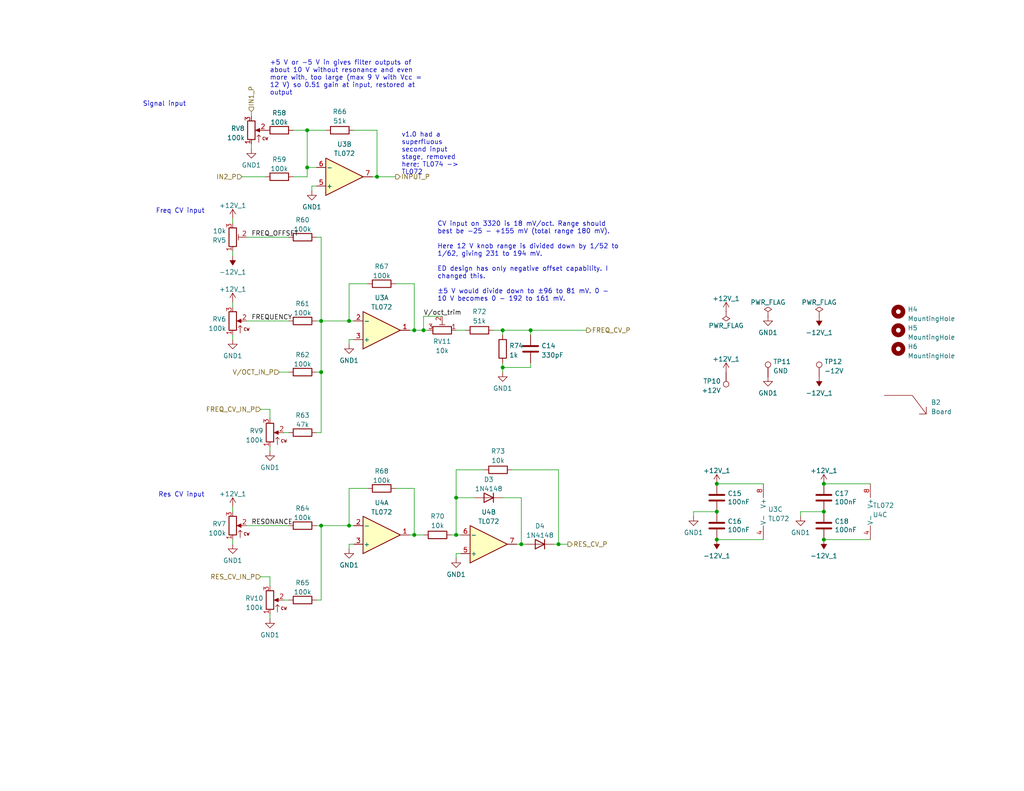
<source format=kicad_sch>
(kicad_sch (version 20230121) (generator eeschema)
  (paper "USLetter")
  (title_block (title "Pole mixing filter") (date "2022-03-29") (company "mods by Rich Holmes / Analog Output") (comment 1 "CC BY-NC-SA 4.0") (comment 2 "https://electricdruid.net/multimode-filters-part-2-pole-mixing-filters/") (comment 3 "Based on Electric Druid design "))
  (lib_symbols
    (symbol "AO_symbols:+12V_1" (power) (pin_names (offset 0))
      (property "Value" "+12V_1" (at 0 3.556 0))
      (symbol "+12V_1_0_1"
        (polyline (pts (xy -0.762 1.27) (xy 0 2.54)))
        (polyline (pts (xy 0 0) (xy 0 2.54)))
        (polyline (pts (xy 0 2.54) (xy 0.762 1.27)))
      )
      (symbol "+12V_1_1_1"
        (pin power_in line (at 0 0 90) (length 0) hide (name "+12V_1") (number "1"))
      )
    )
    (symbol "AO_symbols:-12V_1" (power) (pin_names (offset 0))
      (property "Value" "-12V_1" (at 0 3.81 0))
      (symbol "-12V_1_0_0"
        (pin power_in line (at 0 0 90) (length 0) hide (name "-12V_1") (number "1"))
      )
      (symbol "-12V_1_0_1"
        (polyline (pts (xy 0 0) (xy 0 1.27) (xy 0.762 1.27) (xy 0 2.54) (xy -0.762 1.27) (xy 0 1.27)) (fill (type outline)))
      )
    )
    (symbol "AO_symbols:1N4148" (pin_numbers hide) (pin_names (offset 1.016) hide)
      (property "Reference" "D" (at 0 2.54 0))
      (property "Value" "1N4148" (at 0 -2.54 0))
      (symbol "1N4148_0_1"
        (polyline (pts (xy -1.27 1.27) (xy -1.27 -1.27)) (stroke (width 0.254)))
        (polyline (pts (xy 1.27 0) (xy -1.27 0)))
        (polyline (pts (xy 1.27 1.27) (xy 1.27 -1.27) (xy -1.27 0) (xy 1.27 1.27)) (stroke (width 0.254)))
      )
      (symbol "1N4148_1_1"
        (pin passive line (at -3.81 0 0) (length 2.54) (name "K") (number "1"))
        (pin passive line (at 3.81 0 180) (length 2.54) (name "A") (number "2"))
      )
    )
    (symbol "AO_symbols:Board" (pin_names (offset 1.016)) (in_bom no)
      (property "Reference" "B" (at 1.27 3.81 0))
      (property "Value" "Board" (at -3.175 3.81 0))
      (symbol "Board_0_1"
        (polyline (pts (xy 5.08 -2.54) (xy 3.175 -2.54)))
        (polyline (pts (xy -6.35 2.54) (xy 1.27 2.54) (xy 5.08 -2.54) (xy 5.08 -0.635)))
      )
    )
    (symbol "AO_symbols:C" (pin_numbers hide) (pin_names (offset 0.254))
      (property "Reference" "C" (at 0.635 2.54 0))
      (property "Value" "C" (at 0.635 -2.54 0))
      (symbol "C_0_1"
        (polyline (pts (xy -2.032 -0.762) (xy 2.032 -0.762)) (stroke (width 0.508)))
        (polyline (pts (xy -2.032 0.762) (xy 2.032 0.762)) (stroke (width 0.508)))
      )
      (symbol "C_1_1"
        (pin passive line (at 0 3.81 270) (length 2.794) (name "~") (number "1"))
        (pin passive line (at 0 -3.81 90) (length 2.794) (name "~") (number "2"))
      )
    )
    (symbol "AO_symbols:MountingHole" (pin_names (offset 1.016)) (in_bom no)
      (property "Reference" "H" (at 0 5.08 0))
      (property "Value" "MountingHole" (at 0 3.175 0))
      (symbol "MountingHole_0_1"
        (circle (center 0 0) (radius 1.27) (stroke (width 1.27)))
      )
    )
    (symbol "AO_symbols:R" (pin_numbers hide) (pin_names (offset 0))
      (property "Reference" "R" (at 2.032 0 90))
      (property "Value" "R" (at 0 0 90))
      (symbol "R_0_1"
        (rectangle (start -1.016 -2.54) (end 1.016 2.54) (stroke (width 0.254)))
      )
      (symbol "R_1_1"
        (pin passive line (at 0 3.81 270) (length 1.27) (name "~") (number "1"))
        (pin passive line (at 0 -3.81 90) (length 1.27) (name "~") (number "2"))
      )
    )
    (symbol "AO_symbols:R_POT" (pin_names (offset 1.016) hide)
      (property "Reference" "RV" (at -4.445 0 90))
      (property "Value" "R_POT" (at -2.54 0 90))
      (symbol "R_POT_0_0"
        (text "CW" (at 3.81 -2.286 0) (effects (font (size 0.762 0.762))))
      )
      (symbol "R_POT_0_1"
        (rectangle (start -1.016 2.54) (end 1.016 -2.54) (stroke (width 0.254)))
        (polyline (pts (xy 2.032 -3.302) (xy 2.032 -1.27)) (stroke (width 0.1524)))
        (polyline (pts (xy 2.54 0) (xy 1.524 0)))
        (polyline (pts (xy 2.54 -1.778) (xy 2.032 -1.27) (xy 1.524 -1.778)) (stroke (width 0.1524)))
        (polyline (pts (xy 1.143 0) (xy 2.286 -0.508) (xy 2.286 0.508) (xy 1.143 0)) (fill (type outline)))
      )
      (symbol "R_POT_1_1"
        (pin passive line (at 0 -3.81 90) (length 1.27) (name "1") (number "1"))
        (pin passive line (at 3.81 0 180) (length 1.27) (name "2") (number "2"))
        (pin passive line (at 0 3.81 270) (length 1.27) (name "3") (number "3"))
      )
    )
    (symbol "AO_symbols:R_POT_TRIM_3296W" (pin_names (offset 1.016) hide)
      (property "Reference" "RV" (at -4.445 0 90))
      (property "Value" "R_POT_TRIM_3296W" (at -2.54 0 90))
      (symbol "R_POT_TRIM_3296W_0_1"
        (polyline (pts (xy 1.524 0.762) (xy 1.524 -0.762)))
        (polyline (pts (xy 2.54 0) (xy 1.524 0)))
        (rectangle (start 1.016 2.54) (end -1.016 -2.54) (stroke (width 0.254)))
      )
      (symbol "R_POT_TRIM_3296W_1_1"
        (pin passive line (at 0 3.81 270) (length 1.27) (name "1") (number "1"))
        (pin passive line (at 3.81 0 180) (length 1.27) (name "2") (number "2"))
        (pin passive line (at 0 -3.81 90) (length 1.27) (name "3") (number "3"))
      )
    )
    (symbol "AO_symbols:TL072" (pin_names (offset 0.127))
      (property "Reference" "U" (at 0 5.08 0))
      (property "Value" "TL072" (at 0 -5.08 0))
      (symbol "TL072_1_1"
        (polyline (pts (xy -5.08 5.08) (xy 5.08 0) (xy -5.08 -5.08) (xy -5.08 5.08)) (stroke (width 0.254)) (fill (type background)))
        (pin output line (at 7.62 0 180) (length 2.54) (name "~") (number "1"))
        (pin input line (at -7.62 -2.54 0) (length 2.54) (name "-") (number "2"))
        (pin input line (at -7.62 2.54 0) (length 2.54) (name "+") (number "3"))
      )
      (symbol "TL072_2_1"
        (polyline (pts (xy -5.08 5.08) (xy 5.08 0) (xy -5.08 -5.08) (xy -5.08 5.08)) (stroke (width 0.254)) (fill (type background)))
        (pin input line (at -7.62 2.54 0) (length 2.54) (name "+") (number "5"))
        (pin input line (at -7.62 -2.54 0) (length 2.54) (name "-") (number "6"))
        (pin output line (at 7.62 0 180) (length 2.54) (name "~") (number "7"))
      )
      (symbol "TL072_3_1"
        (pin power_in line (at -2.54 -7.62 90) (length 3.81) (name "V-") (number "4"))
        (pin power_in line (at -2.54 7.62 270) (length 3.81) (name "V+") (number "8"))
      )
    )
    (symbol "AO_symbols:TestPoint" (pin_numbers hide) (pin_names (offset 0.762) hide) (in_bom no)
      (property "Reference" "TP" (at 0 6.858 0))
      (property "Value" "TestPoint" (at 0 5.08 0))
      (symbol "TestPoint_0_1"
        (circle (center 0 3.302) (radius 0.762))
      )
      (symbol "TestPoint_1_1"
        (pin passive line (at 0 0 90) (length 2.54) (name "1") (number "1"))
      )
    )
    (symbol "power:GND1" (power) (pin_names (offset 0))
      (property "Value" "GND1" (at 0 -3.81 0))
      (symbol "GND1_0_1"
        (polyline (pts (xy 0 0) (xy 0 -1.27) (xy 1.27 -1.27) (xy 0 -2.54) (xy -1.27 -1.27) (xy 0 -1.27)))
      )
      (symbol "GND1_1_1"
        (pin power_in line (at 0 0 270) (length 0) hide (name "GND1") (number "1"))
      )
    )
    (symbol "power:PWR_FLAG" (power) (pin_numbers hide) (pin_names (offset 0) hide)
      (property "Value" "PWR_FLAG" (at 0 3.81 0))
      (symbol "PWR_FLAG_0_0"
        (pin power_out line (at 0 0 90) (length 0) (name "pwr") (number "1"))
      )
      (symbol "PWR_FLAG_0_1"
        (polyline (pts (xy 0 0) (xy 0 1.27) (xy -1.016 1.905) (xy 0 2.54) (xy 1.016 1.905) (xy 0 1.27)))
      )
    )
  )
  (junction (at 87.63 143.51))
  (junction (at 113.03 146.05))
  (junction (at 142.24 148.59))
  (junction (at 137.16 90.17))
  (junction (at 102.87 48.26))
  (junction (at 195.58 132.08))
  (junction (at 87.63 87.63))
  (junction (at 113.03 90.17))
  (junction (at 124.46 135.89))
  (junction (at 195.58 139.7))
  (junction (at 224.79 132.08))
  (junction (at 152.4 148.59))
  (junction (at 115.57 90.17))
  (junction (at 124.46 146.05))
  (junction (at 87.63 101.6))
  (junction (at 144.78 90.17))
  (junction (at 95.25 143.51))
  (junction (at 137.16 100.33))
  (junction (at 195.58 147.32))
  (junction (at 224.79 147.32))
  (junction (at 95.25 87.63))
  (junction (at 83.82 35.56))
  (junction (at 224.79 139.7))
  (junction (at 83.82 45.72))
  (wire (pts (xy 87.63 163.83) (xy 86.36 163.83)))
  (wire (pts (xy 189.23 139.7) (xy 189.23 140.97)))
  (wire (pts (xy 116.84 90.17) (xy 115.57 90.17)))
  (wire (pts (xy 95.25 87.63) (xy 96.52 87.63)))
  (wire (pts (xy 124.46 128.27) (xy 124.46 135.89)))
  (wire (pts (xy 111.76 90.17) (xy 113.03 90.17)))
  (wire (pts (xy 80.01 35.56) (xy 83.82 35.56)))
  (wire (pts (xy 71.12 111.76) (xy 73.66 111.76)))
  (wire (pts (xy 102.87 35.56) (xy 102.87 48.26)))
  (wire (pts (xy 63.5 82.55) (xy 63.5 83.82)))
  (wire (pts (xy 144.78 91.44) (xy 144.78 90.17)))
  (wire (pts (xy 83.82 35.56) (xy 83.82 45.72)))
  (wire (pts (xy 237.49 132.08) (xy 224.79 132.08)))
  (wire (pts (xy 85.09 52.07) (xy 85.09 50.8)))
  (wire (pts (xy 129.54 135.89) (xy 124.46 135.89)))
  (wire (pts (xy 115.57 86.36) (xy 115.57 90.17)))
  (wire (pts (xy 152.4 148.59) (xy 152.4 128.27)))
  (wire (pts (xy 95.25 143.51) (xy 96.52 143.51)))
  (wire (pts (xy 137.16 100.33) (xy 137.16 99.06)))
  (wire (pts (xy 63.5 59.69) (xy 63.5 60.96)))
  (wire (pts (xy 87.63 87.63) (xy 87.63 101.6)))
  (wire (pts (xy 67.31 143.51) (xy 78.74 143.51)))
  (wire (pts (xy 66.04 48.26) (xy 72.39 48.26)))
  (wire (pts (xy 78.74 118.11) (xy 77.47 118.11)))
  (wire (pts (xy 95.25 92.71) (xy 95.25 93.98)))
  (wire (pts (xy 142.24 135.89) (xy 142.24 148.59)))
  (wire (pts (xy 86.36 101.6) (xy 87.63 101.6)))
  (wire (pts (xy 87.63 64.77) (xy 87.63 87.63)))
  (wire (pts (xy 124.46 152.4) (xy 124.46 151.13)))
  (wire (pts (xy 63.5 91.44) (xy 63.5 92.71)))
  (wire (pts (xy 113.03 146.05) (xy 113.03 133.35)))
  (wire (pts (xy 87.63 143.51) (xy 95.25 143.51)))
  (wire (pts (xy 87.63 143.51) (xy 87.63 163.83)))
  (wire (pts (xy 124.46 135.89) (xy 124.46 146.05)))
  (wire (pts (xy 113.03 133.35) (xy 107.95 133.35)))
  (wire (pts (xy 67.31 87.63) (xy 78.74 87.63)))
  (wire (pts (xy 113.03 77.47) (xy 107.95 77.47)))
  (wire (pts (xy 63.5 69.85) (xy 63.5 68.58)))
  (wire (pts (xy 68.58 39.37) (xy 68.58 40.64)))
  (wire (pts (xy 96.52 92.71) (xy 95.25 92.71)))
  (wire (pts (xy 73.66 121.92) (xy 73.66 123.19)))
  (wire (pts (xy 137.16 91.44) (xy 137.16 90.17)))
  (wire (pts (xy 87.63 101.6) (xy 87.63 118.11)))
  (wire (pts (xy 96.52 35.56) (xy 102.87 35.56)))
  (wire (pts (xy 86.36 143.51) (xy 87.63 143.51)))
  (wire (pts (xy 102.87 48.26) (xy 107.95 48.26)))
  (wire (pts (xy 87.63 118.11) (xy 86.36 118.11)))
  (wire (pts (xy 76.2 101.6) (xy 78.74 101.6)))
  (wire (pts (xy 189.23 139.7) (xy 195.58 139.7)))
  (wire (pts (xy 113.03 146.05) (xy 115.57 146.05)))
  (wire (pts (xy 144.78 100.33) (xy 137.16 100.33)))
  (wire (pts (xy 78.74 163.83) (xy 77.47 163.83)))
  (wire (pts (xy 86.36 87.63) (xy 87.63 87.63)))
  (wire (pts (xy 63.5 147.32) (xy 63.5 148.59)))
  (wire (pts (xy 102.87 48.26) (xy 101.6 48.26)))
  (wire (pts (xy 137.16 101.6) (xy 137.16 100.33)))
  (wire (pts (xy 144.78 90.17) (xy 137.16 90.17)))
  (wire (pts (xy 237.49 147.32) (xy 224.79 147.32)))
  (wire (pts (xy 73.66 167.64) (xy 73.66 168.91)))
  (wire (pts (xy 208.28 147.32) (xy 195.58 147.32)))
  (wire (pts (xy 87.63 87.63) (xy 95.25 87.63)))
  (wire (pts (xy 151.13 148.59) (xy 152.4 148.59)))
  (wire (pts (xy 144.78 90.17) (xy 160.02 90.17)))
  (wire (pts (xy 100.33 77.47) (xy 95.25 77.47)))
  (wire (pts (xy 71.12 157.48) (xy 73.66 157.48)))
  (wire (pts (xy 100.33 133.35) (xy 95.25 133.35)))
  (wire (pts (xy 113.03 90.17) (xy 113.03 77.47)))
  (wire (pts (xy 143.51 148.59) (xy 142.24 148.59)))
  (wire (pts (xy 95.25 77.47) (xy 95.25 87.63)))
  (wire (pts (xy 85.09 50.8) (xy 86.36 50.8)))
  (wire (pts (xy 96.52 148.59) (xy 95.25 148.59)))
  (wire (pts (xy 80.01 48.26) (xy 83.82 48.26)))
  (wire (pts (xy 208.28 132.08) (xy 195.58 132.08)))
  (wire (pts (xy 123.19 146.05) (xy 124.46 146.05)))
  (wire (pts (xy 218.44 139.7) (xy 218.44 140.97)))
  (wire (pts (xy 124.46 146.05) (xy 125.73 146.05)))
  (wire (pts (xy 152.4 128.27) (xy 139.7 128.27)))
  (wire (pts (xy 142.24 148.59) (xy 140.97 148.59)))
  (wire (pts (xy 95.25 133.35) (xy 95.25 143.51)))
  (wire (pts (xy 63.5 138.43) (xy 63.5 139.7)))
  (wire (pts (xy 111.76 146.05) (xy 113.03 146.05)))
  (wire (pts (xy 83.82 45.72) (xy 86.36 45.72)))
  (wire (pts (xy 67.31 64.77) (xy 78.74 64.77)))
  (wire (pts (xy 73.66 160.02) (xy 73.66 157.48)))
  (wire (pts (xy 218.44 139.7) (xy 224.79 139.7)))
  (wire (pts (xy 124.46 90.17) (xy 127 90.17)))
  (wire (pts (xy 83.82 35.56) (xy 88.9 35.56)))
  (wire (pts (xy 73.66 114.3) (xy 73.66 111.76)))
  (wire (pts (xy 83.82 48.26) (xy 83.82 45.72)))
  (wire (pts (xy 137.16 135.89) (xy 142.24 135.89)))
  (wire (pts (xy 95.25 148.59) (xy 95.25 149.86)))
  (wire (pts (xy 120.65 86.36) (xy 115.57 86.36)))
  (wire (pts (xy 134.62 90.17) (xy 137.16 90.17)))
  (wire (pts (xy 144.78 100.33) (xy 144.78 99.06)))
  (wire (pts (xy 68.58 31.75) (xy 68.58 30.48)))
  (wire (pts (xy 152.4 148.59) (xy 154.94 148.59)))
  (wire (pts (xy 132.08 128.27) (xy 124.46 128.27)))
  (wire (pts (xy 115.57 90.17) (xy 113.03 90.17)))
  (wire (pts (xy 86.36 64.77) (xy 87.63 64.77)))
  (wire (pts (xy 124.46 151.13) (xy 125.73 151.13)))
  (text_box "+5 V or -5 V in gives filter outputs of about 10 V without resonance and even more with, too large (max 9 V with Vcc = 12 V) so 0.51 gain at input, restored at output" (at 72.644 15.2748 0) (size 45.744 9.8712) (stroke (width -0.0001)) (effects (font (size 1.27 1.27)) (justify left top)))
  (text_box "CV input on 3320 is 18 mV/oct. Range should best be -25 - +155 mV (total range 180 mV).\n\nHere 12 V knob range is divided down by 1/52 to 1/62, giving 231 to 194 mV.\n\nED design has only negative offset capability. I changed this.\n\n±5 V would divide down to ±96 to 81 mV. 0 - 10 V becomes 0 - 192 to 161 mV." (at 118.364 59.293 0) (size 51.9366 24.273) (stroke (width -0.0001)) (effects (font (size 1.27 1.27)) (justify left top)))
  (text_box "v1.0 had a superfluous second input stage, removed here; TL074 -> TL072" (at 108.585 34.925 0) (size 20.6586 11.43) (stroke (width -0.0001)) (effects (font (size 1.27 1.27)) (justify left top)))
  (text "Signal input" (at 50.8 29.21 0) (effects (font (size 1.27 1.27)) (justify right bottom)))
  (text "Freq CV input" (at 55.88 58.42 0) (effects (font (size 1.27 1.27)) (justify right bottom)))
  (text "Res CV input" (at 43.18 135.89 0) (effects (font (size 1.27 1.27)) (justify left bottom)))
  (label "FREQUENCY" (at 68.58 87.63 0))
  (label "FREQ_OFFSET" (at 68.58 64.77 0))
  (label "V{slash}oct_trim" (at 115.57 86.36 0))
  (label "RESONANCE" (at 68.58 143.51 0))
  (hierarchical_label "RES_CV_IN_P" (shape input) (at 71.12 157.48 180))
  (hierarchical_label "V{slash}OCT_IN_P" (shape input) (at 76.2 101.6 180))
  (hierarchical_label "INPUT_P" (shape output) (at 107.95 48.26 0))
  (hierarchical_label "FREQ_CV_IN_P" (shape input) (at 71.12 111.76 180))
  (hierarchical_label "FREQ_CV_P" (shape output) (at 160.02 90.17 0))
  (hierarchical_label "RES_CV_P" (shape output) (at 154.94 148.59 0))
  (hierarchical_label "IN2_P" (shape input) (at 66.04 48.26 180))
  (hierarchical_label "IN1_P" (shape input) (at 68.58 30.48 90))
  (symbol (lib_id "AO_symbols:C") (at 195.58 143.51 0) (unit 1)
    (property "Reference" "C16" (at 198.501 142.3416 0) (effects (justify left)))
    (property "Value" "100nF" (at 198.501 144.653 0) (effects (justify left)))
    (property "Footprint" "AO_tht:C_Disc_D3.0mm_W1.6mm_P2.50mm" (effects hide))
    (property "Vendor" "Tayda" (effects hide))
    (property "SKU" "A-553" (effects hide))
    (property "Description" "Ceramic capacitor, 2.5 mm lead spacing" (effects hide))
  )
  (symbol (lib_id "AO_symbols:R_POT") (at 73.66 118.11 0) (unit 1)
    (property "Reference" "RV9" (at 71.882 117.6309 0) (effects (justify right)))
    (property "Value" "100k" (at 71.882 120.1678 0) (effects (justify right)))
    (property "Footprint" "AO_tht:Potentiometer_Alpha_16mm_Single_Vertical" (effects hide))
    (property "Vendor" "Tayda" (effects hide))
    (property "Description" "16 mm board mount linear potentiometer" (effects hide))
  )
  (symbol (lib_id "AO_symbols:MountingHole") (at 245.11 90.17 0) (unit 1) (in_bom no)
    (property "Reference" "H5" (at 247.65 89.535 0) (effects (justify left)))
    (property "Value" "MountingHole" (at 247.65 92.075 0) (effects (justify left)))
    (property "Footprint" "AO_tht:MountingHole_3.2mm_M3" (effects hide))
    (property "Config" "DNF" (effects hide))
  )
  (symbol (lib_id "power:GND1") (at 85.09 52.07 0) (unit 1)
    (property "Reference" "#PWR053" (effects hide))
    (property "Value" "GND1" (at 85.09 56.5134 0))
  )
  (symbol (lib_id "AO_symbols:R_POT") (at 63.5 143.51 0) (unit 1)
    (property "Reference" "RV7" (at 61.722 143.0309 0) (effects (justify right)))
    (property "Value" "100k" (at 61.722 145.5678 0) (effects (justify right)))
    (property "Footprint" "AO_tht:Potentiometer_Alpha_16mm_Single_Vertical" (effects hide))
    (property "Vendor" "Tayda" (effects hide))
    (property "Description" "16 mm board mount linear potentiometer" (effects hide))
  )
  (symbol (lib_id "power:GND1") (at 95.25 93.98 0) (unit 1)
    (property "Reference" "#PWR054" (effects hide))
    (property "Value" "GND1" (at 95.25 98.4234 0))
  )
  (symbol (lib_id "AO_symbols:R") (at 104.14 133.35 90) (unit 1)
    (property "Reference" "R68" (at 104.14 128.6342 90))
    (property "Value" "100k" (at 104.14 131.1711 90))
    (property "Footprint" "AO_tht:R_Axial_DIN0207_L6.3mm_D2.5mm_P10.16mm_Horizontal" (effects hide))
    (property "Vendor" "Tayda" (effects hide))
  )
  (symbol (lib_id "AO_symbols:R_POT") (at 73.66 163.83 0) (unit 1)
    (property "Reference" "RV10" (at 71.882 163.3509 0) (effects (justify right)))
    (property "Value" "100k" (at 71.882 165.8878 0) (effects (justify right)))
    (property "Footprint" "AO_tht:Potentiometer_Alpha_16mm_Single_Vertical" (effects hide))
    (property "Vendor" "Tayda" (effects hide))
    (property "Description" "16 mm board mount linear potentiometer" (effects hide))
  )
  (symbol (lib_id "AO_symbols:R") (at 82.55 64.77 90) (unit 1)
    (property "Reference" "R60" (at 82.55 60.0542 90))
    (property "Value" "100k" (at 82.55 62.5911 90))
    (property "Footprint" "AO_tht:R_Axial_DIN0207_L6.3mm_D2.5mm_P10.16mm_Horizontal" (effects hide))
    (property "Vendor" "Tayda" (effects hide))
  )
  (symbol (lib_id "AO_symbols:R_POT") (at 68.58 35.56 0) (unit 1)
    (property "Reference" "RV8" (at 66.802 35.0809 0) (effects (justify right)))
    (property "Value" "100k" (at 66.802 37.6178 0) (effects (justify right)))
    (property "Footprint" "AO_tht:Potentiometer_Alpha_16mm_Single_Vertical" (effects hide))
    (property "Vendor" "Tayda" (effects hide))
    (property "Description" "16 mm board mount linear potentiometer" (effects hide))
  )
  (symbol (lib_id "AO_symbols:TL072") (at 104.14 146.05 0) (mirror x) (unit 1)
    (property "Reference" "U4" (at 104.14 137.2702 0))
    (property "Value" "TL072" (at 104.14 139.8071 0))
    (property "Footprint" "AO_tht:DIP-8_W7.62mm_Socket_LongPads" (effects hide))
    (property "Vendor" "Tayda" (effects hide))
    (property "SKU" "A-037" (effects hide))
  )
  (symbol (lib_id "AO_symbols:C") (at 224.79 143.51 0) (unit 1)
    (property "Reference" "C18" (at 227.711 142.3416 0) (effects (justify left)))
    (property "Value" "100nF" (at 227.711 144.653 0) (effects (justify left)))
    (property "Footprint" "AO_tht:C_Disc_D3.0mm_W1.6mm_P2.50mm" (effects hide))
    (property "Vendor" "Tayda" (effects hide))
    (property "SKU" "A-553" (effects hide))
    (property "Description" "Ceramic capacitor, 2.5 mm lead spacing" (effects hide))
  )
  (symbol (lib_id "AO_symbols:+12V_1") (at 63.5 138.43 0) (unit 1)
    (property "Reference" "#PWR048" (effects hide))
    (property "Value" "+12V_1" (at 63.5 134.8542 0))
  )
  (symbol (lib_id "power:PWR_FLAG") (at 223.52 86.36 0) (unit 1)
    (property "Reference" "#FLG05" (effects hide))
    (property "Value" "PWR_FLAG" (at 223.52 82.55 0))
  )
  (symbol (lib_id "power:PWR_FLAG") (at 198.12 85.09 0) (mirror x) (unit 1)
    (property "Reference" "#FLG03" (effects hide))
    (property "Value" "PWR_FLAG" (at 198.12 88.9 0))
  )
  (symbol (lib_id "AO_symbols:R") (at 130.81 90.17 90) (unit 1)
    (property "Reference" "R72" (at 130.81 85.09 90))
    (property "Value" "51k" (at 130.81 87.63 90))
    (property "Footprint" "AO_tht:R_Axial_DIN0207_L6.3mm_D2.5mm_P10.16mm_Horizontal" (effects hide))
    (property "Vendor" "Tayda" (effects hide))
  )
  (symbol (lib_id "power:GND1") (at 209.55 86.36 0) (unit 1)
    (property "Reference" "#PWR065" (effects hide))
    (property "Value" "GND1" (at 209.55 90.8034 0))
  )
  (symbol (lib_id "AO_symbols:+12V_1") (at 224.79 132.08 0) (unit 1)
    (property "Reference" "#PWR070" (effects hide))
    (property "Value" "+12V_1" (at 224.79 128.5042 0))
  )
  (symbol (lib_id "power:GND1") (at 189.23 140.97 0) (unit 1)
    (property "Reference" "#PWR059" (effects hide))
    (property "Value" "GND1" (at 189.23 145.4134 0))
  )
  (symbol (lib_id "power:GND1") (at 68.58 40.64 0) (unit 1)
    (property "Reference" "#PWR050" (effects hide))
    (property "Value" "GND1" (at 68.58 45.0834 0))
  )
  (symbol (lib_id "AO_symbols:-12V_1") (at 224.79 147.32 0) (mirror x) (unit 1)
    (property "Reference" "#PWR071" (effects hide))
    (property "Value" "-12V_1" (at 224.79 151.7634 0))
  )
  (symbol (lib_id "AO_symbols:+12V_1") (at 195.58 132.08 0) (unit 1)
    (property "Reference" "#PWR060" (effects hide))
    (property "Value" "+12V_1" (at 195.58 128.5042 0))
  )
  (symbol (lib_id "AO_symbols:R") (at 82.55 163.83 90) (unit 1)
    (property "Reference" "R65" (at 82.55 159.1142 90))
    (property "Value" "100k" (at 82.55 161.6511 90))
    (property "Footprint" "AO_tht:R_Axial_DIN0207_L6.3mm_D2.5mm_P10.16mm_Horizontal" (effects hide))
    (property "Vendor" "Tayda" (effects hide))
  )
  (symbol (lib_id "power:GND1") (at 73.66 123.19 0) (unit 1)
    (property "Reference" "#PWR051" (effects hide))
    (property "Value" "GND1" (at 73.66 127.6334 0))
  )
  (symbol (lib_id "power:GND1") (at 209.55 102.87 0) (unit 1)
    (property "Reference" "#PWR066" (effects hide))
    (property "Value" "GND1" (at 209.55 107.3134 0))
  )
  (symbol (lib_id "AO_symbols:R_POT") (at 63.5 87.63 0) (unit 1)
    (property "Reference" "RV6" (at 61.722 87.1509 0) (effects (justify right)))
    (property "Value" "100k" (at 61.722 89.6878 0) (effects (justify right)))
    (property "Footprint" "AO_tht:Potentiometer_Alpha_16mm_Single_Vertical" (effects hide))
    (property "Vendor" "Tayda" (effects hide))
    (property "Description" "16 mm board mount linear potentiometer" (effects hide))
  )
  (symbol (lib_id "AO_symbols:TL072") (at 104.14 90.17 0) (mirror x) (unit 1)
    (property "Reference" "U3" (at 104.14 81.28 0))
    (property "Value" "TL072" (at 104.14 83.82 0))
    (property "Footprint" "AO_tht:DIP-8_W7.62mm_Socket_LongPads" (effects hide))
    (property "Vendor" "Tayda" (effects hide))
    (property "SKU" "A-037" (effects hide))
  )
  (symbol (lib_id "AO_symbols:R_POT_TRIM_3296W") (at 120.65 90.17 270) (mirror x) (unit 1)
    (property "Reference" "RV11" (at 120.65 93.2164 90))
    (property "Value" "10k" (at 120.65 95.7533 90))
    (property "Footprint" "pmf:Potentiometer_Bourns_3296X_Horizontal" (effects hide))
    (property "Vendor" "Tayda" (effects hide))
    (property "Description" "Bourns 3296X (side screw)" (effects hide))
  )
  (symbol (lib_id "AO_symbols:TL072") (at 133.35 148.59 0) (mirror x) (unit 2)
    (property "Reference" "U4" (at 133.35 139.8102 0))
    (property "Value" "TL072" (at 133.35 142.3471 0))
    (property "Footprint" "AO_tht:DIP-8_W7.62mm_Socket_LongPads" (effects hide))
    (property "Vendor" "Tayda" (effects hide))
    (property "SKU" "A-037" (effects hide))
  )
  (symbol (lib_id "AO_symbols:+12V_1") (at 198.12 85.09 0) (unit 1)
    (property "Reference" "#PWR062" (effects hide))
    (property "Value" "+12V_1" (at 198.12 81.5142 0))
  )
  (symbol (lib_id "AO_symbols:R") (at 119.38 146.05 90) (unit 1)
    (property "Reference" "R70" (at 119.38 140.97 90))
    (property "Value" "10k" (at 119.38 143.51 90))
    (property "Footprint" "AO_tht:R_Axial_DIN0207_L6.3mm_D2.5mm_P10.16mm_Horizontal" (effects hide))
    (property "Vendor" "Tayda" (effects hide))
  )
  (symbol (lib_id "AO_symbols:1N4148") (at 133.35 135.89 180) (unit 1)
    (property "Reference" "D3" (at 133.35 130.9202 0))
    (property "Value" "1N4148" (at 133.35 133.4571 0))
    (property "Footprint" "AO_tht:D_DO-35_SOD27_P7.62mm_Horizontal" (effects hide))
    (property "Vendor" "Tayda" (effects hide))
    (property "SKU" "A-157" (effects hide))
  )
  (symbol (lib_id "AO_symbols:1N4148") (at 147.32 148.59 180) (unit 1)
    (property "Reference" "D4" (at 147.32 143.6202 0))
    (property "Value" "1N4148" (at 147.32 146.1571 0))
    (property "Footprint" "AO_tht:D_DO-35_SOD27_P7.62mm_Horizontal" (effects hide))
    (property "Vendor" "Tayda" (effects hide))
    (property "SKU" "A-157" (effects hide))
  )
  (symbol (lib_id "power:GND1") (at 73.66 168.91 0) (unit 1)
    (property "Reference" "#PWR052" (effects hide))
    (property "Value" "GND1" (at 73.66 173.3534 0))
  )
  (symbol (lib_id "AO_symbols:-12V_1") (at 223.52 86.36 0) (mirror x) (unit 1)
    (property "Reference" "#PWR068" (effects hide))
    (property "Value" "-12V_1" (at 223.52 90.8034 0))
  )
  (symbol (lib_id "AO_symbols:R") (at 92.71 35.56 90) (unit 1)
    (property "Reference" "R66" (at 92.71 30.48 90))
    (property "Value" "51k" (at 92.71 33.02 90))
    (property "Footprint" "AO_tht:R_Axial_DIN0207_L6.3mm_D2.5mm_P10.16mm_Horizontal" (effects hide))
    (property "Vendor" "Tayda" (effects hide))
  )
  (symbol (lib_id "power:GND1") (at 124.46 152.4 0) (unit 1)
    (property "Reference" "#PWR057" (effects hide))
    (property "Value" "GND1" (at 124.46 156.8434 0))
  )
  (symbol (lib_id "power:GND1") (at 63.5 148.59 0) (unit 1)
    (property "Reference" "#PWR049" (effects hide))
    (property "Value" "GND1" (at 63.5 153.0334 0))
  )
  (symbol (lib_id "AO_symbols:MountingHole") (at 245.11 85.09 0) (unit 1) (in_bom no)
    (property "Reference" "H4" (at 247.65 84.455 0) (effects (justify left)))
    (property "Value" "MountingHole" (at 247.65 86.995 0) (effects (justify left)))
    (property "Footprint" "AO_tht:MountingHole_3.2mm_M3" (effects hide))
    (property "Config" "DNF" (effects hide))
  )
  (symbol (lib_id "AO_symbols:R") (at 76.2 35.56 90) (unit 1)
    (property "Reference" "R58" (at 76.2 30.8442 90))
    (property "Value" "100k" (at 76.2 33.3811 90))
    (property "Footprint" "AO_tht:R_Axial_DIN0207_L6.3mm_D2.5mm_P10.16mm_Horizontal" (effects hide))
    (property "Vendor" "Tayda" (effects hide))
  )
  (symbol (lib_id "AO_symbols:+12V_1") (at 63.5 59.69 0) (unit 1)
    (property "Reference" "#PWR044" (effects hide))
    (property "Value" "+12V_1" (at 63.5 56.1142 0))
  )
  (symbol (lib_id "AO_symbols:TestPoint") (at 198.12 101.6 0) (mirror x) (unit 1) (in_bom no)
    (property "Reference" "TP10" (at 196.723 104.0673 0) (effects (justify right)))
    (property "Value" "+12V" (at 196.723 106.6042 0) (effects (justify right)))
    (property "Footprint" "AO_tht:TestPoint_THTPad_D1.5mm_Drill0.7mm" (effects hide))
    (property "Config" "DNF" (effects hide))
  )
  (symbol (lib_id "AO_symbols:TL072") (at 93.98 48.26 0) (mirror x) (unit 2)
    (property "Reference" "U3" (at 93.98 39.37 0))
    (property "Value" "TL072" (at 93.98 41.91 0))
    (property "Footprint" "AO_tht:DIP-8_W7.62mm_Socket_LongPads" (effects hide))
    (property "Vendor" "Tayda" (effects hide))
    (property "SKU" "A-037" (effects hide))
  )
  (symbol (lib_id "AO_symbols:TL072") (at 234.95 139.7 0) (mirror y) (unit 3)
    (property "Reference" "U4" (at 238.1249 140.5347 0) (effects (justify right)))
    (property "Value" "TL072" (at 238.1249 137.9978 0) (effects (justify right)))
    (property "Footprint" "AO_tht:DIP-8_W7.62mm_Socket_LongPads" (effects hide))
    (property "Vendor" "Tayda" (effects hide))
    (property "SKU" "A-037" (effects hide))
  )
  (symbol (lib_id "AO_symbols:R") (at 104.14 77.47 90) (unit 1)
    (property "Reference" "R67" (at 104.14 72.7542 90))
    (property "Value" "100k" (at 104.14 75.2911 90))
    (property "Footprint" "AO_tht:R_Axial_DIN0207_L6.3mm_D2.5mm_P10.16mm_Horizontal" (effects hide))
    (property "Vendor" "Tayda" (effects hide))
  )
  (symbol (lib_id "AO_symbols:-12V_1") (at 195.58 147.32 0) (mirror x) (unit 1)
    (property "Reference" "#PWR061" (effects hide))
    (property "Value" "-12V_1" (at 195.58 151.7634 0))
  )
  (symbol (lib_id "AO_symbols:TestPoint") (at 223.52 102.87 0) (unit 1) (in_bom no)
    (property "Reference" "TP12" (at 224.917 98.7333 0) (effects (justify left)))
    (property "Value" "-12V" (at 224.917 101.2702 0) (effects (justify left)))
    (property "Footprint" "AO_tht:TestPoint_THTPad_D1.5mm_Drill0.7mm" (effects hide))
    (property "Config" "DNF" (effects hide))
  )
  (symbol (lib_id "AO_symbols:R") (at 135.89 128.27 90) (unit 1)
    (property "Reference" "R73" (at 135.89 123.19 90))
    (property "Value" "10k" (at 135.89 125.73 90))
    (property "Footprint" "AO_tht:R_Axial_DIN0207_L6.3mm_D2.5mm_P10.16mm_Horizontal" (effects hide))
    (property "Vendor" "Tayda" (effects hide))
  )
  (symbol (lib_id "power:GND1") (at 137.16 101.6 0) (unit 1)
    (property "Reference" "#PWR058" (effects hide))
    (property "Value" "GND1" (at 137.16 106.0434 0))
  )
  (symbol (lib_id "AO_symbols:-12V_1") (at 63.5 69.85 0) (mirror x) (unit 1)
    (property "Reference" "#PWR045" (effects hide))
    (property "Value" "-12V_1" (at 63.5 74.2934 0))
  )
  (symbol (lib_id "AO_symbols:TL072") (at 210.82 139.7 0) (unit 3)
    (property "Reference" "U3" (at 209.55 139.065 0) (effects (justify left)))
    (property "Value" "TL072" (at 209.55 141.605 0) (effects (justify left)))
    (property "Footprint" "AO_tht:DIP-8_W7.62mm_Socket_LongPads" (effects hide))
    (property "Vendor" "Tayda" (effects hide))
    (property "SKU" "A-037" (effects hide))
  )
  (symbol (lib_id "AO_symbols:Board") (at 247.65 110.49 0) (unit 1) (in_bom no)
    (property "Reference" "B2" (at 254 109.855 0) (effects (justify left)))
    (property "Value" "Board" (at 254 112.395 0) (effects (justify left)))
    (property "Footprint" "AO_tht:Board_Marker" (effects hide))
    (property "Config" "DNF" (effects hide))
  )
  (symbol (lib_id "AO_symbols:-12V_1") (at 223.52 102.87 0) (mirror x) (unit 1)
    (property "Reference" "#PWR069" (effects hide))
    (property "Value" "-12V_1" (at 223.52 107.3134 0))
  )
  (symbol (lib_id "AO_symbols:R") (at 76.2 48.26 90) (unit 1)
    (property "Reference" "R59" (at 76.2 43.5442 90))
    (property "Value" "100k" (at 76.2 46.0811 90))
    (property "Footprint" "AO_tht:R_Axial_DIN0207_L6.3mm_D2.5mm_P10.16mm_Horizontal" (effects hide))
    (property "Vendor" "Tayda" (effects hide))
  )
  (symbol (lib_id "power:GND1") (at 95.25 149.86 0) (unit 1)
    (property "Reference" "#PWR055" (effects hide))
    (property "Value" "GND1" (at 95.25 154.3034 0))
  )
  (symbol (lib_id "AO_symbols:R") (at 137.16 95.25 0) (unit 1)
    (property "Reference" "R74" (at 138.938 94.4153 0) (effects (justify left)))
    (property "Value" "1k" (at 138.938 96.9522 0) (effects (justify left)))
    (property "Footprint" "AO_tht:R_Axial_DIN0207_L6.3mm_D2.5mm_P10.16mm_Horizontal" (effects hide))
    (property "Vendor" "Tayda" (effects hide))
  )
  (symbol (lib_id "AO_symbols:C") (at 144.78 95.25 0) (unit 1)
    (property "Reference" "C14" (at 147.701 94.4153 0) (effects (justify left)))
    (property "Value" "330pF" (at 147.701 96.9522 0) (effects (justify left)))
    (property "Footprint" "AO_tht:C_Rect_L7.2mm_W2.5mm_P5.00mm_FKS2_FKP2_MKS2_MKP2" (effects hide))
    (property "Vendor" "Tayda" (effects hide))
    (property "Description" "Polypropylene film capacitor, 5 mm lead spacing" (effects hide))
    (property "Manufacturer" "WIMA" (effects hide))
    (property "Part" "FKP2D003301D00JSSD" (effects hide))
    (property "SKU" "1928-1236-ND" (effects hide))
  )
  (symbol (lib_id "AO_symbols:R_POT_TRIM_3296W") (at 63.5 64.77 0) (mirror x) (unit 1)
    (property "Reference" "RV5" (at 61.7221 65.6047 0) (effects (justify right)))
    (property "Value" "10k" (at 61.7221 63.0678 0) (effects (justify right)))
    (property "Footprint" "pmf:Potentiometer_Bourns_3296X_Horizontal" (effects hide))
    (property "Vendor" "Tayda" (effects hide))
    (property "Description" "Bourns 3296X (side screw)" (effects hide))
  )
  (symbol (lib_id "AO_symbols:R") (at 82.55 118.11 90) (unit 1)
    (property "Reference" "R63" (at 82.55 113.3942 90))
    (property "Value" "47k" (at 82.55 115.9311 90))
    (property "Footprint" "AO_tht:R_Axial_DIN0207_L6.3mm_D2.5mm_P10.16mm_Horizontal" (effects hide))
    (property "Vendor" "Tayda" (effects hide))
  )
  (symbol (lib_id "AO_symbols:C") (at 195.58 135.89 0) (unit 1)
    (property "Reference" "C15" (at 198.501 134.7216 0) (effects (justify left)))
    (property "Value" "100nF" (at 198.501 137.033 0) (effects (justify left)))
    (property "Footprint" "AO_tht:C_Disc_D3.0mm_W1.6mm_P2.50mm" (effects hide))
    (property "Vendor" "Tayda" (effects hide))
    (property "SKU" "A-553" (effects hide))
    (property "Description" "Ceramic capacitor, 2.5 mm lead spacing" (effects hide))
  )
  (symbol (lib_id "power:PWR_FLAG") (at 209.55 86.36 0) (unit 1)
    (property "Reference" "#FLG04" (effects hide))
    (property "Value" "PWR_FLAG" (at 209.55 82.55 0))
  )
  (symbol (lib_id "AO_symbols:+12V_1") (at 63.5 82.55 0) (unit 1)
    (property "Reference" "#PWR046" (effects hide))
    (property "Value" "+12V_1" (at 63.5 78.9742 0))
  )
  (symbol (lib_id "AO_symbols:R") (at 82.55 143.51 90) (unit 1)
    (property "Reference" "R64" (at 82.55 138.7942 90))
    (property "Value" "100k" (at 82.55 141.3311 90))
    (property "Footprint" "AO_tht:R_Axial_DIN0207_L6.3mm_D2.5mm_P10.16mm_Horizontal" (effects hide))
    (property "Vendor" "Tayda" (effects hide))
  )
  (symbol (lib_id "AO_symbols:C") (at 224.79 135.89 0) (unit 1)
    (property "Reference" "C17" (at 227.711 134.7216 0) (effects (justify left)))
    (property "Value" "100nF" (at 227.711 137.033 0) (effects (justify left)))
    (property "Footprint" "AO_tht:C_Disc_D3.0mm_W1.6mm_P2.50mm" (effects hide))
    (property "Vendor" "Tayda" (effects hide))
    (property "SKU" "A-553" (effects hide))
    (property "Description" "Ceramic capacitor, 2.5 mm lead spacing" (effects hide))
  )
  (symbol (lib_id "AO_symbols:MountingHole") (at 245.11 95.25 0) (unit 1) (in_bom no)
    (property "Reference" "H6" (at 247.65 94.615 0) (effects (justify left)))
    (property "Value" "MountingHole" (at 247.65 97.155 0) (effects (justify left)))
    (property "Footprint" "AO_tht:MountingHole_3.2mm_M3" (effects hide))
    (property "Config" "DNF" (effects hide))
  )
  (symbol (lib_id "AO_symbols:R") (at 82.55 101.6 90) (unit 1)
    (property "Reference" "R62" (at 82.55 96.8842 90))
    (property "Value" "100k" (at 82.55 99.4211 90))
    (property "Footprint" "AO_tht:R_Axial_DIN0207_L6.3mm_D2.5mm_P10.16mm_Horizontal" (effects hide))
    (property "Vendor" "Tayda" (effects hide))
  )
  (symbol (lib_id "AO_symbols:TestPoint") (at 209.55 102.87 0) (unit 1) (in_bom no)
    (property "Reference" "TP11" (at 210.947 98.7333 0) (effects (justify left)))
    (property "Value" "GND" (at 210.947 101.2702 0) (effects (justify left)))
    (property "Footprint" "AO_tht:TestPoint_THTPad_D1.5mm_Drill0.7mm" (effects hide))
    (property "Config" "DNF" (effects hide))
  )
  (symbol (lib_id "power:GND1") (at 218.44 140.97 0) (unit 1)
    (property "Reference" "#PWR067" (effects hide))
    (property "Value" "GND1" (at 218.44 145.4134 0))
  )
  (symbol (lib_id "power:GND1") (at 63.5 92.71 0) (unit 1)
    (property "Reference" "#PWR047" (effects hide))
    (property "Value" "GND1" (at 63.5 97.1534 0))
  )
  (symbol (lib_id "AO_symbols:R") (at 82.55 87.63 90) (unit 1)
    (property "Reference" "R61" (at 82.55 82.9142 90))
    (property "Value" "100k" (at 82.55 85.4511 90))
    (property "Footprint" "AO_tht:R_Axial_DIN0207_L6.3mm_D2.5mm_P10.16mm_Horizontal" (effects hide))
    (property "Vendor" "Tayda" (effects hide))
  )
  (symbol (lib_id "AO_symbols:+12V_1") (at 198.12 101.6 0) (unit 1)
    (property "Reference" "#PWR063" (effects hide))
    (property "Value" "+12V_1" (at 198.12 98.0242 0))
  )
)
</source>
